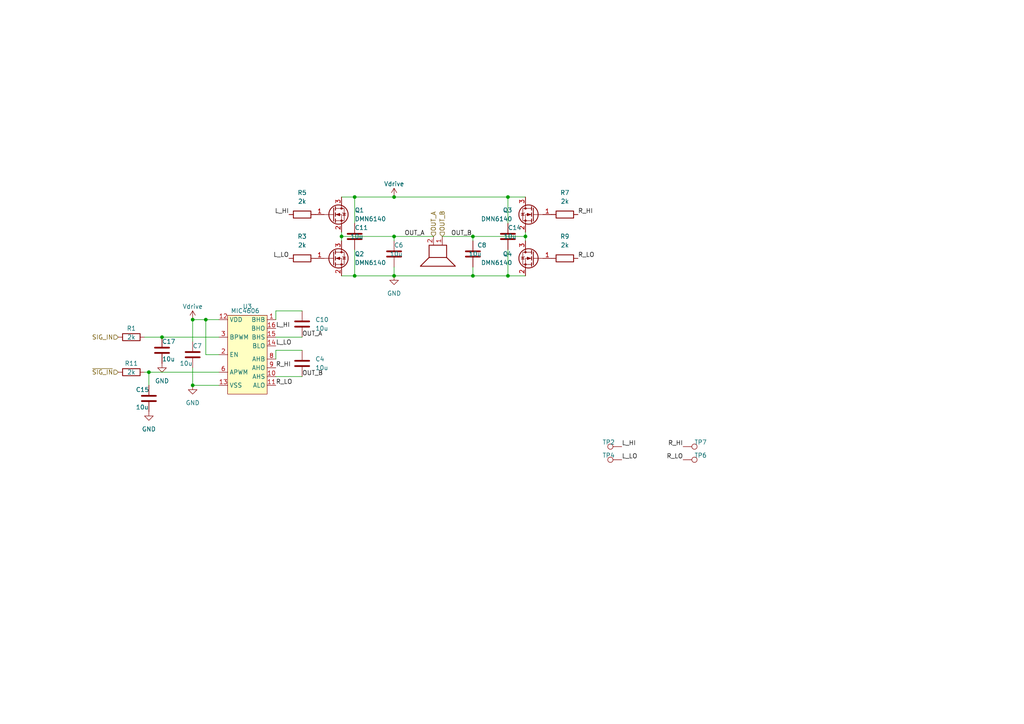
<source format=kicad_sch>
(kicad_sch (version 20230121) (generator eeschema)
  (paper "A4")
  (lib_symbols
    (symbol "Connector:TestPoint" (pin_numbers hide) (pin_names (offset 0.762) hide)
      (property "Reference" "TP" (at 0 6.858 0))
      (property "Value" "TestPoint" (at 0 5.08 0))
      (symbol "TestPoint_0_1"
        (circle (center 0 3.302) (radius 0.762))
      )
      (symbol "TestPoint_1_1"
        (pin passive line (at 0 0 90) (length 2.54) (name "1") (number "1"))
      )
    )
    (symbol "Device:C" (pin_numbers hide) (pin_names (offset 0.254))
      (property "Reference" "C" (at 0.635 2.54 0))
      (property "Value" "C" (at 0.635 -2.54 0))
      (symbol "C_0_1"
        (polyline (pts (xy -2.032 -0.762) (xy 2.032 -0.762)) (stroke (width 0.508)))
        (polyline (pts (xy -2.032 0.762) (xy 2.032 0.762)) (stroke (width 0.508)))
      )
      (symbol "C_1_1"
        (pin passive line (at 0 3.81 270) (length 2.794) (name "~") (number "1"))
        (pin passive line (at 0 -3.81 90) (length 2.794) (name "~") (number "2"))
      )
    )
    (symbol "Device:R" (pin_numbers hide) (pin_names (offset 0))
      (property "Reference" "R" (at 2.032 0 90))
      (property "Value" "R" (at 0 0 90))
      (symbol "R_0_1"
        (rectangle (start -1.016 -2.54) (end 1.016 2.54) (stroke (width 0.254)))
      )
      (symbol "R_1_1"
        (pin passive line (at 0 3.81 270) (length 1.27) (name "~") (number "1"))
        (pin passive line (at 0 -3.81 90) (length 1.27) (name "~") (number "2"))
      )
    )
    (symbol "Device:Speaker" (pin_names (offset 0) hide)
      (property "Reference" "LS" (at 1.27 5.715 0))
      (property "Value" "Speaker" (at 1.27 3.81 0))
      (symbol "Speaker_0_0"
        (rectangle (start -2.54 1.27) (end 1.016 -3.81) (stroke (width 0.254)))
        (polyline (pts (xy 1.016 1.27) (xy 3.556 3.81) (xy 3.556 -6.35) (xy 1.016 -3.81)) (stroke (width 0.254)))
      )
      (symbol "Speaker_1_1"
        (pin input line (at -5.08 0 0) (length 2.54) (name "1") (number "1"))
        (pin input line (at -5.08 -2.54 0) (length 2.54) (name "2") (number "2"))
      )
    )
    (symbol "Transistor_FET:2N7002" (pin_names hide)
      (property "Reference" "Q" (at 5.08 1.905 0))
      (property "Value" "2N7002" (at 5.08 0 0))
      (symbol "2N7002_0_1"
        (polyline (pts (xy 0.254 0) (xy -2.54 0)))
        (polyline (pts (xy 0.254 1.905) (xy 0.254 -1.905)) (stroke (width 0.254)))
        (polyline (pts (xy 0.762 -1.27) (xy 0.762 -2.286)) (stroke (width 0.254)))
        (polyline (pts (xy 0.762 0.508) (xy 0.762 -0.508)) (stroke (width 0.254)))
        (polyline (pts (xy 0.762 2.286) (xy 0.762 1.27)) (stroke (width 0.254)))
        (polyline (pts (xy 2.54 2.54) (xy 2.54 1.778)))
        (polyline (pts (xy 2.54 -2.54) (xy 2.54 0) (xy 0.762 0)))
        (polyline (pts (xy 0.762 -1.778) (xy 3.302 -1.778) (xy 3.302 1.778) (xy 0.762 1.778)))
        (polyline (pts (xy 1.016 0) (xy 2.032 0.381) (xy 2.032 -0.381) (xy 1.016 0)) (fill (type outline)))
        (polyline (pts (xy 2.794 0.508) (xy 2.921 0.381) (xy 3.683 0.381) (xy 3.81 0.254)))
        (polyline (pts (xy 3.302 0.381) (xy 2.921 -0.254) (xy 3.683 -0.254) (xy 3.302 0.381)))
        (circle (center 1.651 0) (radius 2.794) (stroke (width 0.254)))
        (circle (center 2.54 -1.778) (radius 0.254) (fill (type outline)))
        (circle (center 2.54 1.778) (radius 0.254) (fill (type outline)))
      )
      (symbol "2N7002_1_1"
        (pin input line (at -5.08 0 0) (length 2.54) (name "G") (number "1"))
        (pin passive line (at 2.54 -5.08 90) (length 2.54) (name "S") (number "2"))
        (pin passive line (at 2.54 5.08 270) (length 2.54) (name "D") (number "3"))
      )
    )
    (symbol "custom_symbols:MIC4606"
      (property "Reference" "U3" (at -0.635 13.97 0))
      (property "Value" "MIC4606" (at -1.27 12.7 0))
      (symbol "MIC4606_1_1"
        (rectangle (start -6.35 11.43) (end 5.08 -11.43) (fill (type background)))
        (pin input line (at 7.62 10.16 180) (length 2.54) (name "BHB") (number "1"))
        (pin input line (at 7.62 -6.35 180) (length 2.54) (name "AHS") (number "10"))
        (pin output line (at 7.62 -8.89 180) (length 2.54) (name "ALO") (number "11"))
        (pin power_in line (at -8.89 10.16 0) (length 2.54) (name "VDD") (number "12"))
        (pin input line (at -8.89 -8.89 0) (length 2.54) (name "VSS") (number "13"))
        (pin output line (at 7.62 2.54 180) (length 2.54) (name "BLO") (number "14"))
        (pin input line (at 7.62 5.08 180) (length 2.54) (name "BHS") (number "15"))
        (pin output line (at 7.62 7.62 180) (length 2.54) (name "BHO") (number "16"))
        (pin no_connect line (at -8.89 -11.43 0) (length 2.54) hide (name "EPAD") (number "17"))
        (pin input line (at -8.89 0 0) (length 2.54) (name "EN") (number "2"))
        (pin input line (at -8.89 5.08 0) (length 2.54) (name "BPWM") (number "3"))
        (pin no_connect line (at -8.89 -2.54 0) (length 2.54) hide (name "NC") (number "4"))
        (pin no_connect line (at -8.89 7.62 0) (length 2.54) hide (name "NC") (number "5"))
        (pin input line (at -8.89 -5.08 0) (length 2.54) (name "APWM") (number "6"))
        (pin no_connect line (at -8.89 2.54 0) (length 2.54) hide (name "NC") (number "7"))
        (pin input line (at 7.62 -1.27 180) (length 2.54) (name "AHB") (number "8"))
        (pin output line (at 7.62 -3.81 180) (length 2.54) (name "AHO") (number "9"))
      )
    )
    (symbol "power:GND" (power) (pin_names (offset 0))
      (property "Value" "GND" (at 0 -3.81 0))
      (symbol "GND_0_1"
        (polyline (pts (xy 0 0) (xy 0 -1.27) (xy 1.27 -1.27) (xy 0 -2.54) (xy -1.27 -1.27) (xy 0 -1.27)))
      )
      (symbol "GND_1_1"
        (pin power_in line (at 0 0 270) (length 0) hide (name "GND") (number "1"))
      )
    )
    (symbol "power:Vdrive" (power) (pin_names (offset 0))
      (property "Value" "Vdrive" (at 0 3.81 0))
      (symbol "Vdrive_0_1"
        (polyline (pts (xy -0.762 1.27) (xy 0 2.54)))
        (polyline (pts (xy 0 0) (xy 0 2.54)))
        (polyline (pts (xy 0 2.54) (xy 0.762 1.27)))
      )
      (symbol "Vdrive_1_1"
        (pin power_in line (at 0 0 90) (length 0) hide (name "Vdrive") (number "1"))
      )
    )
  )
  (junction (at 99.06 68.58))
  (junction (at 114.3 57.15))
  (junction (at 147.32 80.01))
  (junction (at 43.18 107.95))
  (junction (at 46.99 97.79))
  (junction (at 147.32 57.15))
  (junction (at 152.4 68.58))
  (junction (at 59.69 92.71))
  (junction (at 102.87 57.15))
  (junction (at 137.16 68.58))
  (junction (at 55.88 111.76))
  (junction (at 102.87 80.01))
  (junction (at 137.16 80.01))
  (junction (at 114.3 80.01))
  (junction (at 114.3 68.58))
  (junction (at 55.88 92.71))
  (wire (pts (xy 99.06 80.01) (xy 102.87 80.01)))
  (wire (pts (xy 41.91 107.95) (xy 43.18 107.95)))
  (wire (pts (xy 114.3 68.58) (xy 125.73 68.58)))
  (wire (pts (xy 80.01 97.79) (xy 87.63 97.79)))
  (wire (pts (xy 99.06 57.15) (xy 102.87 57.15)))
  (wire (pts (xy 147.32 80.01) (xy 152.4 80.01)))
  (wire (pts (xy 114.3 80.01) (xy 137.16 80.01)))
  (wire (pts (xy 55.88 92.71) (xy 55.88 99.06)))
  (wire (pts (xy 59.69 102.87) (xy 59.69 92.71)))
  (wire (pts (xy 80.01 109.22) (xy 87.63 109.22)))
  (wire (pts (xy 128.27 68.58) (xy 137.16 68.58)))
  (wire (pts (xy 99.06 67.31) (xy 99.06 68.58)))
  (wire (pts (xy 99.06 68.58) (xy 114.3 68.58)))
  (wire (pts (xy 80.01 90.17) (xy 80.01 92.71)))
  (wire (pts (xy 147.32 57.15) (xy 147.32 64.77)))
  (wire (pts (xy 137.16 68.58) (xy 152.4 68.58)))
  (wire (pts (xy 80.01 101.6) (xy 87.63 101.6)))
  (wire (pts (xy 87.63 90.17) (xy 80.01 90.17)))
  (wire (pts (xy 43.18 107.95) (xy 63.5 107.95)))
  (wire (pts (xy 114.3 68.58) (xy 114.3 69.85)))
  (wire (pts (xy 80.01 104.14) (xy 80.01 101.6)))
  (wire (pts (xy 147.32 72.39) (xy 147.32 80.01)))
  (wire (pts (xy 137.16 80.01) (xy 147.32 80.01)))
  (wire (pts (xy 102.87 57.15) (xy 102.87 64.77)))
  (wire (pts (xy 137.16 68.58) (xy 137.16 69.85)))
  (wire (pts (xy 102.87 72.39) (xy 102.87 80.01)))
  (wire (pts (xy 114.3 77.47) (xy 114.3 80.01)))
  (wire (pts (xy 43.18 111.76) (xy 43.18 107.95)))
  (wire (pts (xy 59.69 92.71) (xy 55.88 92.71)))
  (wire (pts (xy 55.88 106.68) (xy 55.88 111.76)))
  (wire (pts (xy 99.06 69.85) (xy 99.06 68.58)))
  (wire (pts (xy 152.4 67.31) (xy 152.4 68.58)))
  (wire (pts (xy 137.16 77.47) (xy 137.16 80.01)))
  (wire (pts (xy 147.32 57.15) (xy 152.4 57.15)))
  (wire (pts (xy 102.87 57.15) (xy 114.3 57.15)))
  (wire (pts (xy 55.88 111.76) (xy 63.5 111.76)))
  (wire (pts (xy 114.3 57.15) (xy 147.32 57.15)))
  (wire (pts (xy 63.5 92.71) (xy 59.69 92.71)))
  (wire (pts (xy 152.4 69.85) (xy 152.4 68.58)))
  (wire (pts (xy 63.5 102.87) (xy 59.69 102.87)))
  (wire (pts (xy 41.91 97.79) (xy 46.99 97.79)))
  (wire (pts (xy 46.99 97.79) (xy 63.5 97.79)))
  (wire (pts (xy 102.87 80.01) (xy 114.3 80.01)))
  (label "L_LO" (at 83.82 74.93 180))
  (label "L_HI" (at 80.01 95.25 0))
  (label "OUT_B" (at 130.81 68.58 0))
  (label "R_LO" (at 80.01 111.76 0))
  (label "L_LO" (at 80.01 100.33 0))
  (label "OUT_A" (at 123.19 68.58 180))
  (label "R_HI" (at 80.01 106.68 0))
  (label "R_LO" (at 198.12 133.35 180))
  (label "L_LO" (at 180.34 133.35 0))
  (label "L_HI" (at 83.82 62.23 180))
  (label "R_LO" (at 167.64 74.93 0))
  (label "OUT_B" (at 87.63 109.22 0))
  (label "R_HI" (at 198.12 129.54 180))
  (label "L_HI" (at 180.34 129.54 0))
  (label "R_HI" (at 167.64 62.23 0))
  (label "OUT_A" (at 87.63 97.79 0))
  (hierarchical_label "~{SIG_IN}" (shape input) (at 34.29 107.95 180))
  (hierarchical_label "OUT_A" (shape input) (at 125.73 68.58 90))
  (hierarchical_label "SIG_IN" (shape input) (at 34.29 97.79 180))
  (hierarchical_label "OUT_B" (shape input) (at 128.27 68.58 90))
  (symbol (lib_id "power:GND") (at 43.18 119.38 0) (unit 1)
    (property "Reference" "#PWR016" (effects hide))
    (property "Value" "GND" (at 43.18 124.46 0))
    (instances (project "locator_beacon" (path "" (reference "#PWR016") (unit 1)) (path "" (reference "#PWR07") (unit 1))))
  )
  (symbol (lib_id "Transistor_FET:2N7002") (at 154.94 62.23 0) (mirror y) (unit 1)
    (property "Reference" "Q3" (at 148.59 60.96 0) (effects (justify left)))
    (property "Value" "DMN6140" (at 148.59 63.5 0) (effects (justify left)))
    (property "Footprint" "Package_TO_SOT_SMD:SOT-23" (effects hide))
    (property "Datasheet" "https://www.onsemi.com/pub/Collateral/NDS7002A-D.PDF" (effects hide))
  )
  (symbol (lib_id "Device:C") (at 137.16 73.66 0) (unit 1)
    (property "Reference" "C8" (at 138.43 71.12 0) (effects (justify left)))
    (property "Value" "10u" (at 135.89 73.66 0) (effects (justify left)))
    (property "Footprint" "Capacitor_SMD:C_0603_1608Metric" (effects hide))
  )
  (symbol (lib_id "Device:C") (at 55.88 102.87 0) (unit 1)
    (property "Reference" "C7" (at 55.88 100.33 0) (effects (justify left)))
    (property "Value" "10u" (at 55.88 105.41 0) (effects (justify right)))
    (property "Footprint" "Capacitor_SMD:C_0603_1608Metric" (effects hide))
  )
  (symbol (lib_id "custom_symbols:MIC4606") (at 72.39 102.87 0) (unit 1)
    (property "Reference" "U3" (at 71.755 88.9 0))
    (property "Value" "MIC4606" (at 71.12 90.17 0))
    (property "Footprint" "Package_SO:TSSOP-16-1EP_4.4x5mm_P0.65mm" (effects hide))
  )
  (symbol (lib_id "Device:R") (at 87.63 62.23 270) (unit 1)
    (property "Reference" "R5" (at 87.63 55.88 90))
    (property "Value" "2k" (at 87.63 58.42 90))
    (property "Footprint" "Resistor_SMD:R_0603_1608Metric" (effects hide))
  )
  (symbol (lib_id "Device:C") (at 102.87 68.58 0) (unit 1)
    (property "Reference" "C11" (at 102.87 66.04 0) (effects (justify left)))
    (property "Value" "10u" (at 101.6 68.58 0) (effects (justify left)))
    (property "Footprint" "Capacitor_SMD:C_0603_1608Metric" (effects hide))
  )
  (symbol (lib_id "Transistor_FET:2N7002") (at 154.94 74.93 0) (mirror y) (unit 1)
    (property "Reference" "Q4" (at 148.59 73.66 0) (effects (justify left)))
    (property "Value" "DMN6140" (at 148.59 76.2 0) (effects (justify left)))
    (property "Footprint" "Package_TO_SOT_SMD:SOT-23" (effects hide))
    (property "Datasheet" "https://www.onsemi.com/pub/Collateral/NDS7002A-D.PDF" (effects hide))
  )
  (symbol (lib_id "power:GND") (at 55.88 111.76 0) (unit 1)
    (property "Reference" "#PWR016" (effects hide))
    (property "Value" "GND" (at 55.88 116.84 0))
    (instances (project "locator_beacon" (path "" (reference "#PWR016") (unit 1)) (path "" (reference "#PWR03") (unit 1))))
  )
  (symbol (lib_id "power:GND") (at 46.99 105.41 0) (unit 1)
    (property "Reference" "#PWR016" (effects hide))
    (property "Value" "GND" (at 46.99 110.49 0))
    (instances (project "locator_beacon" (path "" (reference "#PWR016") (unit 1)) (path "" (reference "#PWR05") (unit 1))))
  )
  (symbol (lib_id "Device:C") (at 87.63 93.98 0) (unit 1)
    (property "Reference" "C10" (at 91.44 92.71 0) (effects (justify left)))
    (property "Value" "10u" (at 91.44 95.25 0) (effects (justify left)))
    (property "Footprint" "Capacitor_SMD:C_0603_1608Metric" (effects hide))
  )
  (symbol (lib_id "Connector:TestPoint") (at 180.34 133.35 90) (unit 1)
    (property "Reference" "TP4" (at 176.53 132.08 90))
    (property "Value" "LLO" (effects hide))
    (property "Footprint" "TestPoint:TestPoint_Pad_D1.0mm" (effects hide))
  )
  (symbol (lib_id "Connector:TestPoint") (at 198.12 133.35 270) (unit 1)
    (property "Reference" "TP6" (at 203.2 132.08 90))
    (property "Value" "RLO" (effects hide))
    (property "Footprint" "TestPoint:TestPoint_Pad_D1.0mm" (effects hide))
  )
  (symbol (lib_id "power:GND") (at 114.3 80.01 0) (unit 1)
    (property "Reference" "#PWR016" (effects hide))
    (property "Value" "GND" (at 114.3 85.09 0))
  )
  (symbol (lib_id "Connector:TestPoint") (at 180.34 129.54 90) (unit 1)
    (property "Reference" "TP2" (at 176.53 128.27 90))
    (property "Value" "LHI" (effects hide))
    (property "Footprint" "TestPoint:TestPoint_Pad_D1.0mm" (effects hide))
  )
  (symbol (lib_id "Device:R") (at 87.63 74.93 270) (unit 1)
    (property "Reference" "R3" (at 87.63 68.58 90))
    (property "Value" "2k" (at 87.63 71.12 90))
    (property "Footprint" "Resistor_SMD:R_0603_1608Metric" (effects hide))
  )
  (symbol (lib_id "power:Vdrive") (at 55.88 92.71 0) (unit 1)
    (property "Reference" "#PWR012" (effects hide))
    (property "Value" "Vdrive" (at 55.88 88.9 0))
    (instances (project "locator_beacon" (path "" (reference "#PWR012") (unit 1)) (path "" (reference "#PWR06") (unit 1)) (path "" (reference "#PWR02") (unit 1))))
  )
  (symbol (lib_id "Connector:TestPoint") (at 198.12 129.54 270) (unit 1)
    (property "Reference" "TP7" (at 203.2 128.27 90))
    (property "Value" "RHI" (effects hide))
    (property "Footprint" "TestPoint:TestPoint_Pad_D1.0mm" (effects hide))
  )
  (symbol (lib_id "Device:Speaker") (at 128.27 73.66 270) (unit 1) (on_board no)
    (property "Reference" "OUT1" (effects hide))
    (property "Value" "Speaker" (effects hide))
    (property "Footprint" "Connector_PinSocket_2.54mm:PinSocket_1x02_P2.54mm_Vertical" (effects hide))
  )
  (symbol (lib_id "Device:C") (at 43.18 115.57 0) (unit 1)
    (property "Reference" "C15" (at 39.37 113.03 0) (effects (justify left)))
    (property "Value" "10u" (at 39.37 118.11 0) (effects (justify left)))
    (property "Footprint" "Capacitor_SMD:C_0603_1608Metric" (effects hide))
  )
  (symbol (lib_id "Device:R") (at 38.1 97.79 270) (unit 1)
    (property "Reference" "R1" (at 38.1 95.25 90))
    (property "Value" "2k" (at 38.1 97.79 90))
    (property "Footprint" "Resistor_SMD:R_0603_1608Metric" (effects hide))
  )
  (symbol (lib_id "Device:C") (at 147.32 68.58 0) (unit 1)
    (property "Reference" "C14" (at 147.32 66.04 0) (effects (justify left)))
    (property "Value" "10u" (at 146.05 68.58 0) (effects (justify left)))
    (property "Footprint" "Capacitor_SMD:C_0603_1608Metric" (effects hide))
  )
  (symbol (lib_id "Device:R") (at 163.83 74.93 270) (unit 1)
    (property "Reference" "R9" (at 163.83 68.58 90))
    (property "Value" "2k" (at 163.83 71.12 90))
    (property "Footprint" "Resistor_SMD:R_0603_1608Metric" (effects hide))
  )
  (symbol (lib_id "power:Vdrive") (at 114.3 57.15 0) (unit 1)
    (property "Reference" "#PWR012" (effects hide))
    (property "Value" "Vdrive" (at 114.3 53.34 0))
    (instances (project "locator_beacon" (path "" (reference "#PWR012") (unit 1)) (path "" (reference "#PWR06") (unit 1)) (path "" (reference "#PWR06") (unit 1))))
  )
  (symbol (lib_id "Device:C") (at 87.63 105.41 0) (unit 1)
    (property "Reference" "C4" (at 91.44 104.14 0) (effects (justify left)))
    (property "Value" "10u" (at 91.44 106.68 0) (effects (justify left)))
    (property "Footprint" "Capacitor_SMD:C_0603_1608Metric" (effects hide))
  )
  (symbol (lib_id "Device:R") (at 38.1 107.95 270) (unit 1)
    (property "Reference" "R11" (at 38.1 105.41 90))
    (property "Value" "2k" (at 38.1 107.95 90))
    (property "Footprint" "Resistor_SMD:R_0603_1608Metric" (effects hide))
  )
  (symbol (lib_id "Device:R") (at 163.83 62.23 270) (unit 1)
    (property "Reference" "R7" (at 163.83 55.88 90))
    (property "Value" "2k" (at 163.83 58.42 90))
    (property "Footprint" "Resistor_SMD:R_0603_1608Metric" (effects hide))
  )
  (symbol (lib_id "Transistor_FET:2N7002") (at 96.52 62.23 0) (unit 1)
    (property "Reference" "Q1" (at 102.87 60.96 0) (effects (justify left)))
    (property "Value" "DMN6140" (at 102.87 63.5 0) (effects (justify left)))
    (property "Footprint" "Package_TO_SOT_SMD:SOT-23" (effects hide))
    (property "Datasheet" "https://www.onsemi.com/pub/Collateral/NDS7002A-D.PDF" (effects hide))
  )
  (symbol (lib_id "Transistor_FET:2N7002") (at 96.52 74.93 0) (unit 1)
    (property "Reference" "Q2" (at 102.87 73.66 0) (effects (justify left)))
    (property "Value" "DMN6140" (at 102.87 76.2 0) (effects (justify left)))
    (property "Footprint" "Package_TO_SOT_SMD:SOT-23" (effects hide))
    (property "Datasheet" "https://www.onsemi.com/pub/Collateral/NDS7002A-D.PDF" (effects hide))
  )
  (symbol (lib_id "Device:C") (at 46.99 101.6 0) (unit 1)
    (property "Reference" "C17" (at 46.99 99.06 0) (effects (justify left)))
    (property "Value" "10u" (at 46.99 104.14 0) (effects (justify left)))
    (property "Footprint" "Capacitor_SMD:C_0603_1608Metric" (effects hide))
  )
  (symbol (lib_id "Device:C") (at 114.3 73.66 0) (unit 1)
    (property "Reference" "C6" (at 114.3 71.12 0) (effects (justify left)))
    (property "Value" "10u" (at 113.03 73.66 0) (effects (justify left)))
    (property "Footprint" "Capacitor_SMD:C_0603_1608Metric" (effects hide))
  )
)
</source>
